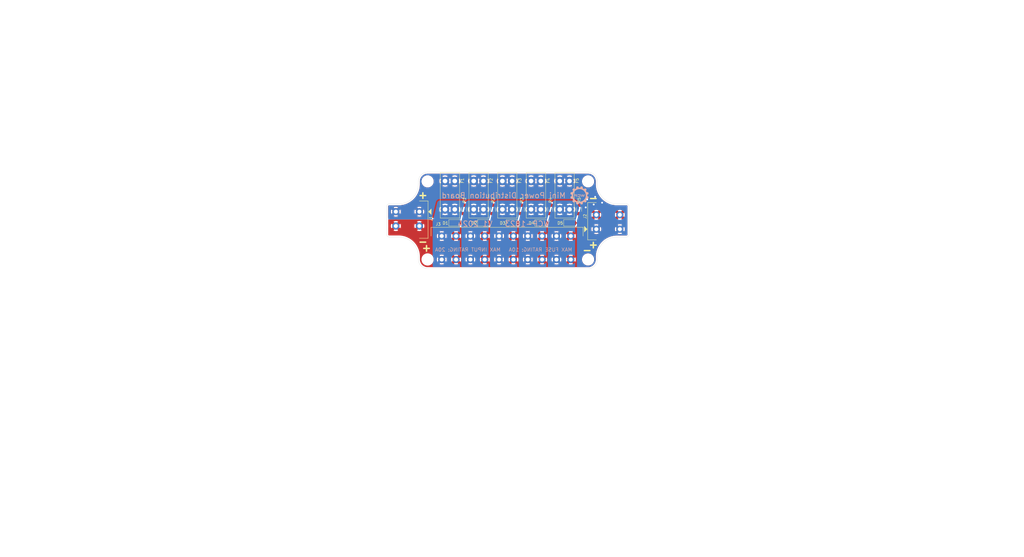
<source format=kicad_pcb>
(kicad_pcb (version 20240108) (generator "pcbnew") (generator_version "8.0")
  (title_block (title "Mini Power Distribution Board (WCP-1823)") (date "2024-12-21") (rev "1.1"))
  (layers (0 "F.Cu" signal) (31 "B.Cu" signal) (34 "B.Paste" user) (35 "F.Paste" user) (36 "B.SilkS" user "B.Silkscreen") (37 "F.SilkS" user "F.Silkscreen") (38 "B.Mask" user) (39 "F.Mask" user) (44 "Edge.Cuts" user))
  (net 0 "")
  (net 1 "Net-(D1-A)")
  (net 2 "Net-(D2-A)")
  (net 3 "Net-(D3-A)")
  (net 4 "Net-(D4-A)")
  (net 5 "Net-(D5-A)")
  (net 6 "/VBAT+")
  (net 7 "/VBAT-")
  (net 8 "/F1_OUT")
  (net 9 "/F2_OUT")
  (net 10 "/F3_OUT")
  (net 11 "/F4_OUT")
  (net 12 "/F5_OUT")
  (footprint "mini-pdb:Keystone-3568" (layer "F.Cu") (at 225.57492 117.275 -90)
    (property "Reference" "F5" (at -5.075 -4.385 90) (layer "F.SilkS"))
    (property "Value" "ATM Fuse Holder")
    (pad "1" thru_hole circle (at -4.95 -1.7 270) (size 3 3) (drill 1.6) (layers "*.Cu" "*.Mask") (net 6 "/VBAT+"))
    (pad "1" thru_hole circle (at -4.95 1.7 270) (size 3 3) (drill 1.6) (layers "*.Cu" "*.Mask") (net 6 "/VBAT+"))
    (pad "2" thru_hole circle (at 4.95 -1.7 270) (size 3 3) (drill 1.6) (layers "*.Cu" "*.Mask") (net 12 "/F5_OUT"))
    (pad "2" thru_hole circle (at 4.95 1.7 270) (size 3 3) (drill 1.6) (layers "*.Cu" "*.Mask") (net 12 "/F5_OUT"))
  )
  (footprint "mini-pdb:Keystone-3568" (layer "F.Cu") (at 205.57496 117.275 -90)
    (property "Reference" "F3" (at -5.075 -4.385 90) (layer "F.SilkS"))
    (property "Value" "ATM Fuse Holder")
    (pad "1" thru_hole circle (at -4.95 -1.7 270) (size 3 3) (drill 1.6) (layers "*.Cu" "*.Mask") (net 6 "/VBAT+"))
    (pad "1" thru_hole circle (at -4.95 1.7 270) (size 3 3) (drill 1.6) (layers "*.Cu" "*.Mask") (net 6 "/VBAT+"))
    (pad "2" thru_hole circle (at 4.95 -1.7 270) (size 3 3) (drill 1.6) (layers "*.Cu" "*.Mask") (net 10 "/F3_OUT"))
    (pad "2" thru_hole circle (at 4.95 1.7 270) (size 3 3) (drill 1.6) (layers "*.Cu" "*.Mask") (net 10 "/F3_OUT"))
  )
  (footprint "mini-pdb:Keystone-3568" (layer "F.Cu") (at 215.57494 117.275 -90)
    (property "Reference" "F4" (at -5.075 -4.385 90) (layer "F.SilkS"))
    (property "Value" "ATM Fuse Holder")
    (pad "1" thru_hole circle (at -4.95 -1.7 270) (size 3 3) (drill 1.6) (layers "*.Cu" "*.Mask") (net 6 "/VBAT+"))
    (pad "1" thru_hole circle (at -4.95 1.7 270) (size 3 3) (drill 1.6) (layers "*.Cu" "*.Mask") (net 6 "/VBAT+"))
    (pad "2" thru_hole circle (at 4.95 -1.7 270) (size 3 3) (drill 1.6) (layers "*.Cu" "*.Mask") (net 11 "/F4_OUT"))
    (pad "2" thru_hole circle (at 4.95 1.7 270) (size 3 3) (drill 1.6) (layers "*.Cu" "*.Mask") (net 11 "/F4_OUT"))
  )
  (footprint "LED_SMD:LED_1206_3216Metric" (layer "F.Cu") (at 197.505 126.95)
    (property "Reference" "D2" (at -3.449 0.05 0) (layer "F.SilkS"))
    (property "Value" "QTLP651C4TR")
    (pad "1" smd roundrect (at -1.4 0) (size 1.25 1.75) (layers "F.Cu" "F.Paste" "F.Mask") (roundrect_rratio 0.2) (net 7 "/VBAT-"))
    (pad "2" smd roundrect (at 1.4 0) (size 1.25 1.75) (layers "F.Cu" "F.Paste" "F.Mask") (roundrect_rratio 0.2) (net 2 "Net-(D2-A)"))
  )
  (footprint "Resistor_SMD:R_1206_3216Metric" (layer "F.Cu") (at 230.57491 122.225 90)
    (property "Reference" "R5" (at 3.226 0.05201 90) (layer "F.SilkS"))
    (property "Value" "1k-1%-1206")
    (pad "1" smd roundrect (at -1.4625 0 90) (size 1.125 1.75) (layers "F.Cu" "F.Paste" "F.Mask") (roundrect_rratio 0.222222) (net 5 "Net-(D5-A)"))
    (pad "2" smd roundrect (at 1.4625 0 90) (size 1.125 1.75) (layers "F.Cu" "F.Paste" "F.Mask") (roundrect_rratio 0.222222) (net 12 "/F5_OUT"))
  )
  (footprint "mini-pdb:Wago-2604-1102" (layer "F.Cu") (at 236.625 129.125001 90)
    (property "Reference" "J2" (at 4.445 -3.937 90) (layer "F.SilkS"))
    (property "Value" "2604-1102" (hide yes))
    (pad "1" thru_hole circle (at 0.000001 0 90) (size 2.5 2.5) (drill 1.397) (layers "*.Cu" "*.Mask") (net 6 "/VBAT+"))
    (pad "1" thru_hole circle (at 0.000001 8.199999 90) (size 2.5 2.5) (drill 1.397) (layers "*.Cu" "*.Mask") (net 6 "/VBAT+"))
    (pad "2" thru_hole circle (at 5.000003 0 90) (size 2.5 2.5) (drill 1.397) (layers "*.Cu" "*.Mask") (net 7 "/VBAT-"))
    (pad "2" thru_hole circle (at 5.000003 8.199999 90) (size 2.5 2.5) (drill 1.397) (layers "*.Cu" "*.Mask") (net 7 "/VBAT-"))
  )
  (footprint "MountingHole:MountingHole_3.2mm_M3" (layer "F.Cu") (at 233.75 139.7)
    (property "Reference" "H4" (hide yes))
    (property "Value" "MountingHole")
    (pad "" np_thru_hole circle (at 0 0) (size 3 3) (drill 3) (layers "F&B.Cu" "*.Mask") (clearance 0.635))
  )
  (footprint "Resistor_SMD:R_1206_3216Metric" (layer "F.Cu") (at 190.57499 122.225 90)
    (property "Reference" "R1" (at 3.226 0.05201 90) (layer "F.SilkS"))
    (property "Value" "1k-1%-1206")
    (pad "1" smd roundrect (at -1.4625 0 90) (size 1.125 1.75) (layers "F.Cu" "F.Paste" "F.Mask") (roundrect_rratio 0.222222) (net 1 "Net-(D1-A)"))
    (pad "2" smd roundrect (at 1.4625 0 90) (size 1.125 1.75) (layers "F.Cu" "F.Paste" "F.Mask") (roundrect_rratio 0.222222) (net 8 "/F1_OUT"))
  )
  (footprint "MountingHole:MountingHole_3.2mm_M3" (layer "F.Cu") (at 177.8 112.45)
    (property "Reference" "H1" (hide yes))
    (property "Value" "MountingHole")
    (pad "" np_thru_hole circle (at 0 0) (size 3 3) (drill 3) (layers "F&B.Cu" "*.Mask") (clearance 0.635))
  )
  (footprint "MountingHole:MountingHole_3.2mm_M3" (layer "F.Cu") (at 233.75 112.45)
    (property "Reference" "H2" (hide yes))
    (property "Value" "MountingHole")
    (pad "" np_thru_hole circle (at 0 0) (size 3 3) (drill 3) (layers "F&B.Cu" "*.Mask") (clearance 0.635))
  )
  (footprint "LED_SMD:LED_1206_3216Metric" (layer "F.Cu") (at 207.505 126.95)
    (property "Reference" "D3" (at -3.543 0.05 0) (layer "F.SilkS"))
    (property "Value" "QTLP651C4TR")
    (pad "1" smd roundrect (at -1.4 0) (size 1.25 1.75) (layers "F.Cu" "F.Paste" "F.Mask") (roundrect_rratio 0.2) (net 7 "/VBAT-"))
    (pad "2" smd roundrect (at 1.4 0) (size 1.25 1.75) (layers "F.Cu" "F.Paste" "F.Mask") (roundrect_rratio 0.2) (net 3 "Net-(D3-A)"))
  )
  (footprint "mini-pdb:Wago-2604-1102" (layer "F.Cu") (at 174.925 123.024999 -90)
    (property "Reference" "J1" (at 2.451001 -4.018 90) (layer "F.SilkS"))
    (property "Value" "2604-1102" (hide yes))
    (pad "1" thru_hole circle (at 0.000001 0 270) (size 2.5 2.5) (drill 1.397) (layers "*.Cu" "*.Mask") (net 6 "/VBAT+"))
    (pad "1" thru_hole circle (at 0.000001 8.199999 270) (size 2.5 2.5) (drill 1.397) (layers "*.Cu" "*.Mask") (net 6 "/VBAT+"))
    (pad "2" thru_hole circle (at 5.000003 0 270) (size 2.5 2.5) (drill 1.397) (layers "*.Cu" "*.Mask") (net 7 "/VBAT-"))
    (pad "2" thru_hole circle (at 5.000003 8.199999 270) (size 2.5 2.5) (drill 1.397) (layers "*.Cu" "*.Mask") (net 7 "/VBAT-"))
  )
  (footprint "mini-pdb:Keystone-3568" (layer "F.Cu") (at 195.57498 117.275 -90)
    (property "Reference" "F2" (at -5.075 -4.385 90) (layer "F.SilkS"))
    (property "Value" "ATM Fuse Holder")
    (pad "1" thru_hole circle (at -4.95 -1.7 270) (size 3 3) (drill 1.6) (layers "*.Cu" "*.Mask") (net 6 "/VBAT+"))
    (pad "1" thru_hole circle (at -4.95 1.7 270) (size 3 3) (drill 1.6) (layers "*.Cu" "*.Mask") (net 6 "/VBAT+"))
    (pad "2" thru_hole circle (at 4.95 -1.7 270) (size 3 3) (drill 1.6) (layers "*.Cu" "*.Mask") (net 9 "/F2_OUT"))
    (pad "2" thru_hole circle (at 4.95 1.7 270) (size 3 3) (drill 1.6) (layers "*.Cu" "*.Mask") (net 9 "/F2_OUT"))
  )
  (footprint "mini-pdb:Keystone-3568" (layer "F.Cu") (at 185.575 117.275 -90)
    (property "Reference" "F1" (at -5.075 -4.385 90) (layer "F.SilkS"))
    (property "Value" "ATM Fuse Holder")
    (pad "1" thru_hole circle (at -4.95 -1.7 270) (size 3 3) (drill 1.6) (layers "*.Cu" "*.Mask") (net 6 "/VBAT+"))
    (pad "1" thru_hole circle (at -4.95 1.7 270) (size 3 3) (drill 1.6) (layers "*.Cu" "*.Mask") (net 6 "/VBAT+"))
    (pad "2" thru_hole circle (at 4.95 -1.7 270) (size 3 3) (drill 1.6) (layers "*.Cu" "*.Mask") (net 8 "/F1_OUT"))
    (pad "2" thru_hole circle (at 4.95 1.7 270) (size 3 3) (drill 1.6) (layers "*.Cu" "*.Mask") (net 8 "/F1_OUT"))
  )
  (footprint "Resistor_SMD:R_1206_3216Metric" (layer "F.Cu") (at 210.57495 122.225 90)
    (property "Reference" "R3" (at 3.226 0.05201 90) (layer "F.SilkS"))
    (property "Value" "1k-1%-1206")
    (pad "1" smd roundrect (at -1.4625 0 90) (size 1.125 1.75) (layers "F.Cu" "F.Paste" "F.Mask") (roundrect_rratio 0.222222) (net 3 "Net-(D3-A)"))
    (pad "2" smd roundrect (at 1.4625 0 90) (size 1.125 1.75) (layers "F.Cu" "F.Paste" "F.Mask") (roundrect_rratio 0.222222) (net 10 "/F3_OUT"))
  )
  (footprint "LED_SMD:LED_1206_3216Metric" (layer "F.Cu") (at 217.505 126.95)
    (property "Reference" "D4" (at -3.477 0.05 0) (layer "F.SilkS"))
    (property "Value" "QTLP651C4TR")
    (pad "1" smd roundrect (at -1.4 0) (size 1.25 1.75) (layers "F.Cu" "F.Paste" "F.Mask") (roundrect_rratio 0.2) (net 7 "/VBAT-"))
    (pad "2" smd roundrect (at 1.4 0) (size 1.25 1.75) (layers "F.Cu" "F.Paste" "F.Mask") (roundrect_rratio 0.2) (net 4 "Net-(D4-A)"))
  )
  (footprint "LED_SMD:LED_1206_3216Metric" (layer "F.Cu") (at 187.505 126.95)
    (property "Reference" "D1" (at -3.482 0.05 0) (layer "F.SilkS"))
    (property "Value" "QTLP651C4TR")
    (pad "1" smd roundrect (at -1.4 0) (size 1.25 1.75) (layers "F.Cu" "F.Paste" "F.Mask") (roundrect_rratio 0.2) (net 7 "/VBAT-"))
    (pad "2" smd roundrect (at 1.4 0) (size 1.25 1.75) (layers "F.Cu" "F.Paste" "F.Mask") (roundrect_rratio 0.2) (net 1 "Net-(D1-A)"))
  )
  (footprint "Resistor_SMD:R_1206_3216Metric" (layer "F.Cu") (at 220.57493 122.225 90)
    (property "Reference" "R4" (at 3.226 0.05201 90) (layer "F.SilkS"))
    (property "Value" "1k-1%-1206")
    (pad "1" smd roundrect (at -1.4625 0 90) (size 1.125 1.75) (layers "F.Cu" "F.Paste" "F.Mask") (roundrect_rratio 0.222222) (net 4 "Net-(D4-A)"))
    (pad "2" smd roundrect (at 1.4625 0 90) (size 1.125 1.75) (layers "F.Cu" "F.Paste" "F.Mask") (roundrect_rratio 0.222222) (net 11 "/F4_OUT"))
  )
  (footprint "MountingHole:MountingHole_3.2mm_M3" (layer "F.Cu") (at 177.8 139.7)
    (property "Reference" "H3" (hide yes))
    (property "Value" "MountingHole")
    (pad "" np_thru_hole circle (at 0 0) (size 3 3) (drill 3) (layers "F&B.Cu" "*.Mask") (clearance 0.635))
  )
  (footprint "LED_SMD:LED_1206_3216Metric" (layer "F.Cu") (at 227.505 126.95)
    (property "Reference" "D5" (at -3.477 0.05 0) (layer "F.SilkS"))
    (property "Value" "QTLP651C4TR")
    (pad "1" smd roundrect (at -1.4 0) (size 1.25 1.75) (layers "F.Cu" "F.Paste" "F.Mask") (roundrect_rratio 0.2) (net 7 "/VBAT-"))
    (pad "2" smd roundrect (at 1.4 0) (size 1.25 1.75) (layers "F.Cu" "F.Paste" "F.Mask") (roundrect_rratio 0.2) (net 5 "Net-(D5-A)"))
  )
  (footprint "mini-pdb:Wago-2604-1110" (layer "F.Cu") (at 182.724999 131.525)
    (property "Reference" "J3" (at -1.241999 -4.144 0) (layer "F.SilkS"))
    (property "Value" "2604-1110" (hide yes))
    (pad "1" thru_hole circle (at 0.000001 0) (size 2.5 2.5) (drill 1.397) (layers "*.Cu" "*.Mask") (net 8 "/F1_OUT"))
    (pad "1" thru_hole circle (at 0.000001 8.199999) (size 2.5 2.5) (drill 1.397) (layers "*.Cu" "*.Mask") (net 8 "/F1_OUT"))
    (pad "2" thru_hole circle (at 5.000003 0) (size 2.5 2.5) (drill 1.397) (layers "*.Cu" "*.Mask") (net 7 "/VBAT-"))
    (pad "2" thru_hole circle (at 5.000003 8.199999) (size 2.5 2.5) (drill 1.397) (layers "*.Cu" "*.Mask") (net 7 "/VBAT-"))
    (pad "3" thru_hole circle (at 10.000004 0) (size 2.5 2.5) (drill 1.397) (layers "*.Cu" "*.Mask") (net 9 "/F2_OUT"))
    (pad "3" thru_hole circle (at 10.000004 8.199999) (size 2.5 2.5) (drill 1.397) (layers "*.Cu" "*.Mask") (net 9 "/F2_OUT"))
    (pad "4" thru_hole circle (at 15.000004 0) (size 2.5 2.5) (drill 1.397) (layers "*.Cu" "*.Mask") (net 7 "/VBAT-"))
    (pad "4" thru_hole circle (at 15.000004 8.199999) (size 2.5 2.5) (drill 1.397) (layers "*.Cu" "*.Mask") (net 7 "/VBAT-"))
    (pad "5" thru_hole circle (at 20.000004 0) (size 2.5 2.5) (drill 1.397) (layers "*.Cu" "*.Mask") (net 10 "/F3_OUT"))
    (pad "5" thru_hole circle (at 20.000004 8.199999) (size 2.5 2.5) (drill 1.397) (layers "*.Cu" "*.Mask") (net 10 "/F3_OUT"))
    (pad "6" thru_hole circle (at 25.000004 0) (size 2.5 2.5) (drill 1.397) (layers "*.Cu" "*.Mask") (net 7 "/VBAT-"))
    (pad "6" thru_hole circle (at 25.000004 8.199999) (size 2.5 2.5) (drill 1.397) (layers "*.Cu" "*.Mask") (net 7 "/VBAT-"))
    (pad "7" thru_hole circle (at 30.000004 0) (size 2.5 2.5) (drill 1.397) (layers "*.Cu" "*.Mask") (net 11 "/F4_OUT"))
    (pad "7" thru_hole circle (at 30.000004 8.199999) (size 2.5 2.5) (drill 1.397) (layers "*.Cu" "*.Mask") (net 11 "/F4_OUT"))
    (pad "8" thru_hole circle (at 35.000004 0) (size 2.5 2.5) (drill 1.397) (layers "*.Cu" "*.Mask") (net 7 "/VBAT-"))
    (pad "8" thru_hole circle (at 35.000004 8.199999) (size 2.5 2.5) (drill 1.397) (layers "*.Cu" "*.Mask") (net 7 "/VBAT-"))
    (pad "9" thru_hole circle (at 40.000004 0) (size 2.5 2.5) (drill 1.397) (layers "*.Cu" "*.Mask") (net 12 "/F5_OUT"))
    (pad "9" thru_hole circle (at 40.000004 8.199999) (size 2.5 2.5) (drill 1.397) (layers "*.Cu" "*.Mask") (net 12 "/F5_OUT"))
    (pad "10" thru_hole circle (at 45.000005 0) (size 2.5 2.5) (drill 1.397) (layers "*.Cu" "*.Mask") (net 7 "/VBAT-"))
    (pad "10" thru_hole circle (at 45.000005 8.199999) (size 2.5 2.5) (drill 1.397) (layers "*.Cu" "*.Mask") (net 7 "/VBAT-"))
  )
  (footprint "Resistor_SMD:R_1206_3216Metric" (layer "F.Cu") (at 200.57497 122.225 90)
    (property "Reference" "R2" (at 3.226 0.05201 90) (layer "F.SilkS"))
    (property "Value" "1k-1%-1206")
    (pad "1" smd roundrect (at -1.4625 0 90) (size 1.125 1.75) (layers "F.Cu" "F.Paste" "F.Mask") (roundrect_rratio 0.222222) (net 2 "Net-(D2-A)"))
    (pad "2" smd roundrect (at 1.4625 0 90) (size 1.125 1.75) (layers "F.Cu" "F.Paste" "F.Mask") (roundrect_rratio 0.222222) (net 9 "/F2_OUT"))
  )
  (footprint "Logos:WCP-Logo_250" (layer "B.Cu") (at 230.759 117.348 180)
    (property "Reference" "G***" (hide yes))
    (property "Value" "LOGO" (hide yes))
  )
  (gr_arc (start 247.1812 120.325) (mid 247.742501 120.557499) (end 247.975 121.1188) (stroke (width 0.0762)) (layer "Edge.Cuts"))
  (gr_line (start 174.625 112.45) (end 174.625 113.375) (stroke (width 0.0762)) (layer "Edge.Cuts"))
  (gr_line (start 163.575 121.11875) (end 163.575 131.03125) (stroke (width 0.0762)) (layer "Edge.Cuts"))
  (gr_line (start 233.75 109.275) (end 177.8 109.275) (stroke (width 0.0762)) (layer "Edge.Cuts"))
  (gr_line (start 174.625 138.775) (end 174.625 139.7) (stroke (width 0.0762)) (layer "Edge.Cuts"))
  (gr_line (start 164.36875 131.825) (end 167.675 131.825) (stroke (width 0.0762)) (layer "Edge.Cuts"))
  (gr_arc (start 167.675 131.825) (mid 172.589392 133.860608) (end 174.625 138.775) (stroke (width 0.0762)) (layer "Edge.Cuts"))
  (gr_arc (start 236.925 138.775) (mid 238.960608 133.860608) (end 243.875 131.825) (stroke (width 0.0762)) (layer "Edge.Cuts"))
  (gr_arc (start 236.925 139.7) (mid 235.995064 141.945064) (end 233.75 142.875) (stroke (width 0.0762)) (layer "Edge.Cuts"))
  (gr_arc (start 243.875 120.325) (mid 238.960608 118.289392) (end 236.925 113.375) (stroke (width 0.0762)) (layer "Edge.Cuts"))
  (gr_line (start 236.925 113.375) (end 236.925 112.45) (stroke (width 0.0762)) (layer "Edge.Cuts"))
  (gr_arc (start 174.625 112.45) (mid 175.554936 110.204936) (end 177.8 109.275) (stroke (width 0.0762)) (layer "Edge.Cuts"))
  (gr_line (start 243.875 131.825) (end 247.1812 131.825) (stroke (width 0.0762)) (layer "Edge.Cuts"))
  (gr_arc (start 177.8 142.875) (mid 175.554936 141.945064) (end 174.625 139.7) (stroke (width 0.0762)) (layer "Edge.Cuts"))
  (gr_line (start 167.675 120.325) (end 164.36875 120.325) (stroke (width 0.0762)) (layer "Edge.Cuts"))
  (gr_arc (start 233.75 109.275) (mid 235.995064 110.204936) (end 236.925 112.45) (stroke (width 0.0762)) (layer "Edge.Cuts"))
  (gr_line (start 247.975 131.0312) (end 247.975 121.1188) (stroke (width 0.0762)) (layer "Edge.Cuts"))
  (gr_arc (start 163.575 121.11875) (mid 163.807484 120.557484) (end 164.36875 120.325) (stroke (width 0.0762)) (layer "Edge.Cuts"))
  (gr_line (start 236.925 139.7) (end 236.925 138.775) (stroke (width 0.0762)) (layer "Edge.Cuts"))
  (gr_arc (start 164.36875 131.825) (mid 163.807484 131.592516) (end 163.575 131.03125) (stroke (width 0.0762)) (layer "Edge.Cuts"))
  (gr_arc (start 247.975 131.0312) (mid 247.742501 131.592501) (end 247.1812 131.825) (stroke (width 0.0762)) (layer "Edge.Cuts"))
  (gr_arc (start 174.625 113.375) (mid 172.589392 118.289392) (end 167.675 120.325) (stroke (width 0.0762)) (layer "Edge.Cuts"))
  (gr_line (start 177.8 142.875) (end 233.75 142.875) (stroke (width 0.0762)) (layer "Edge.Cuts"))
  (gr_line (start 247.1812 120.325) (end 243.875 120.325) (stroke (width 0.0762)) (layer "Edge.Cuts"))
  (gr_text "WCP-1823   V1 2024" (at 204.303313 128.397 0) (layer "B.SilkS") (effects (font (size 1.905 1.905) (thickness 0.238125)) (justify bottom mirror)))
  (gr_text "MAX FUSE RATING: 10A   MAX INPUT RATING: 20A" (at 204.303313 137.033 0) (layer "B.SilkS") (effects (font (size 1.27 1.27) (thickness 0.15875)) (justify bottom mirror)))
  (gr_text "Mini Power Distribution Board" (at 226.06 118.491 0) (layer "B.SilkS") (effects (font (size 1.905 1.905) (thickness 0.238125)) (justify left bottom mirror)))
  (gr_text "+" (at 235.585 134.874 180) (layer "F.SilkS") (effects (font (size 2.54 2.54) (thickness 0.508) (bold yes))))
  (gr_text "+" (at 176.149 117.221 0) (layer "F.SilkS") (effects (font (size 2.54 2.54) (thickness 0.508) (bold yes))))
  (gr_text "+" (at 177.419 136.017 180) (layer "F.SilkS") (effects (font (size 2.54 2.54) (thickness 0.508) (bold yes))))
  (gr_text "-" (at 176.149 133.477 0) (layer "F.SilkS") (effects (font (size 2.54 2.54) (thickness 0.508) (bold yes))))
  (gr_text "-" (at 235.585 118.618 180) (layer "F.SilkS") (effects (font (size 2.54 2.54) (thickness 0.508) (bold yes))))
  (gr_text "-" (at 233.426 136.779 180) (layer "F.SilkS") (effects (font (size 2.54 2.54) (thickness 0.508) (bold yes))))
  (segment (start 190.169 126.95) (end 190.57499 126.54401) (width 0.508) (layer "F.Cu") (net 1))
  (segment (start 190.57499 126.54401) (end 190.57499 123.6875) (width 0.508) (layer "F.Cu") (net 1))
  (segment (start 188.905 126.95) (end 190.169 126.95) (width 0.508) (layer "F.Cu") (net 1))
  (segment (start 198.905 126.95) (end 200.075 126.95) (width 0.508) (layer "F.Cu") (net 2))
  (segment (start 200.075 126.95) (end 200.57497 126.45003) (width 0.508) (layer "F.Cu") (net 2))
  (segment (start 200.57497 126.45003) (end 200.57497 123.6875) (width 0.508) (layer "F.Cu") (net 2))
  (segment (start 209.981 126.95) (end 210.57495 126.35605) (width 0.508) (layer "F.Cu") (net 3))
  (segment (start 210.57495 126.35605) (end 210.57495 123.6875) (width 0.508) (layer "F.Cu") (net 3))
  (segment (start 208.905 126.95) (end 209.981 126.95) (width 0.508) (layer "F.Cu") (net 3))
  (segment (start 219.887 126.95) (end 220.57493 126.26207) (width 0.508) (layer "F.Cu") (net 4))
  (segment (start 220.57493 126.26207) (end 220.57493 123.6875) (width 0.508) (layer "F.Cu") (net 4))
  (segment (start 218.905 126.95) (end 219.887 126.95) (width 0.508) (layer "F.Cu") (net 4))
  (segment (start 230.57491 126.42209) (end 230.57491 123.6875) (width 0.508) (layer "F.Cu") (net 5))
  (segment (start 230.047 126.95) (end 230.57491 126.42209) (width 0.508) (layer "F.Cu") (net 5))
  (segment (start 228.905 126.95) (end 230.047 126.95) (width 0.508) (layer "F.Cu") (net 5))
  (via (at 235.712 120.523) (size 1.27) (drill 0.635) (layers "F.Cu" "B.Cu") (net 6))
  (via (at 236.22 117.856) (size 1.27) (drill 0.635) (layers "F.Cu" "B.Cu") (net 6))
  (via (at 232.918 121.539) (size 1.27) (drill 0.635) (layers "F.Cu" "B.Cu") (net 6))
  (via (at 238.633 119.888) (size 1.27) (drill 0.635) (layers "F.Cu" "B.Cu") (net 6))
  (via (at 233.426 118.745) (size 1.27) (drill 0.635) (layers "F.Cu" "B.Cu") (net 6))
  (segment (start 224.409 127.254) (end 224.409 128.651) (width 0.508) (layer "F.Cu") (net 7))
  (segment (start 204.343 127.381) (end 204.343 128.905) (width 0.508) (layer "F.Cu") (net 7))
  (segment (start 204.343 128.905) (end 204.47 129.032) (width 0.508) (layer "F.Cu") (net 7))
  (segment (start 205.232003 129.032) (end 207.725003 131.525) (width 0.508) (layer "F.Cu") (net 7))
  (segment (start 185.232002 129.032) (end 187.725002 131.525) (width 0.508) (layer "F.Cu") (net 7))
  (segment (start 215.232003 129.032) (end 217.725003 131.525) (width 0.508) (layer "F.Cu") (net 7))
  (segment (start 204.774 126.95) (end 204.343 127.381) (width 0.508) (layer "F.Cu") (net 7))
  (segment (start 194.564 129.286) (end 194.818 129.54) (width 0.508) (layer "F.Cu") (net 7))
  (segment (start 226.105 126.95) (end 224.713 126.95) (width 0.508) (layer "F.Cu") (net 7))
  (segment (start 195.740003 129.54) (end 197.725003 131.525) (width 0.508) (layer "F.Cu") (net 7))
  (segment (start 214.122 129.032) (end 215.232003 129.032) (width 0.508) (layer "F.Cu") (net 7))
  (segment (start 183.896 129.032) (end 185.232002 129.032) (width 0.508) (layer "F.Cu") (net 7))
  (segment (start 224.713 126.95) (end 224.409 127.254) (width 0.508) (layer "F.Cu") (net 7))
  (segment (start 224.409 128.651) (end 224.663 128.905) (width 0.508) (layer "F.Cu") (net 7))
  (segment (start 186.105 126.95) (end 184.708 126.95) (width 0.508) (layer "F.Cu") (net 7))
  (segment (start 216.105 126.95) (end 214.68 126.95) (width 0.508) (layer "F.Cu") (net 7))
  (segment (start 214.68 126.95) (end 214.122 127.508) (width 0.508) (layer "F.Cu") (net 7))
  (segment (start 206.105 126.95) (end 204.774 126.95) (width 0.508) (layer "F.Cu") (net 7))
  (segment (start 196.105 126.95) (end 194.868 126.95) (width 0.508) (layer "F.Cu") (net 7))
  (segment (start 184.708 126.95) (end 183.261 128.397) (width 0.508) (layer "F.Cu") (net 7))
  (segment (start 214.122 127.508) (end 214.122 129.032) (width 0.508) (layer "F.Cu") (net 7))
  (segment (start 194.564 127.254) (end 194.564 129.286) (width 0.508) (layer "F.Cu") (net 7))
  (segment (start 204.47 129.032) (end 205.232003 129.032) (width 0.508) (layer "F.Cu") (net 7))
  (segment (start 183.261 128.397) (end 183.896 129.032) (width 0.508) (layer "F.Cu") (net 7))
  (segment (start 194.868 126.95) (end 194.564 127.254) (width 0.508) (layer "F.Cu") (net 7))
  (segment (start 224.663 128.905) (end 225.105004 128.905) (width 0.508) (layer "F.Cu") (net 7))
  (segment (start 194.818 129.54) (end 195.740003 129.54) (width 0.508) (layer "F.Cu") (net 7))
  (segment (start 225.105004 128.905) (end 227.725004 131.525) (width 0.508) (layer "F.Cu") (net 7))
  (segment (start 190.57499 120.7625) (end 188.7375 120.7625) (width 0.508) (layer "F.Cu") (net 8))
  (segment (start 188.7375 120.7625) (end 187.275 122.225) (width 0.508) (layer "F.Cu") (net 8))
  (segment (start 198.73748 120.7625) (end 197.27498 122.225) (width 0.508) (layer "F.Cu") (net 9))
  (segment (start 200.57497 120.7625) (end 198.73748 120.7625) (width 0.508) (layer "F.Cu") (net 9))
  (segment (start 210.57495 120.7625) (end 208.73746 120.7625) (width 0.508) (layer "F.Cu") (net 10))
  (segment (start 208.73746 120.7625) (end 207.27496 122.225) (width 0.508) (layer "F.Cu") (net 10))
  (segment (start 220.57493 120.7625) (end 218.73744 120.7625) (width 0.508) (layer "F.Cu") (net 11))
  (segment (start 218.73744 120.7625) (end 217.27494 122.225) (width 0.508) (layer "F.Cu") (net 11))
  (segment (start 230.57491 120.7625) (end 228.73742 120.7625) (width 0.508) (layer "F.Cu") (net 12))
  (segment (start 228.73742 120.7625) (end 227.27492 122.225) (width 0.508) (layer "F.Cu") (net 12))
  (zone (net 6) (net_name "/VBAT+") (layer "F.Cu") (priority 3) (connect_pads (clearance 0.5)) (min_thickness 0.25) (fill yes (thermal_gap 0.5) (thermal_bridge_width 1.016))
    (polygon (pts (xy 163.576 109.22) (xy 163.576 125.73) (xy 180.467 125.73) (xy 183.007 119.634) (xy 231.267 119.634) (xy 231.902 122.428) (xy 247.396 122.428) (xy 247.396 109.22)))
  )
  (zone (net 7) (net_name "/VBAT-") (layer "F.Cu") (priority 4) (connect_pads (clearance 0.5)) (min_thickness 0.25) (fill yes (thermal_gap 0.5) (thermal_bridge_width 1.016))
    (polygon (pts (xy 163.83 143.002) (xy 163.83 125.73) (xy 180.721 125.73) (xy 184.912 128.397) (xy 228.6 128.397) (xy 234.823 121.92) (xy 242.57 120.65) (xy 247.65 120.65) (xy 247.65 143.002)))
  )
  (zone (net 8) (net_name "/F1_OUT") (layer "B.Cu") (priority 4) (connect_pads (clearance 0.5)) (min_thickness 0.25) (fill yes (thermal_gap 0.5) (thermal_bridge_width 1.016) (smoothing fillet) (radius 0.889))
    (polygon (pts (xy 189.222 126.5428) (xy 191.254 119.126) (xy 181.348 119.126) (xy 179.57 126.492) (xy 179.57 142.748) (xy 189.222 142.875)))
  )
  (zone (net 9) (net_name "/F2_OUT") (layer "B.Cu") (priority 4) (connect_pads (clearance 0.5)) (min_thickness 0.25) (fill yes (thermal_gap 0.5) (thermal_bridge_width 1.016) (smoothing fillet) (radius 0.889))
    (polygon (pts (xy 199.222 126.5428) (xy 201.254 119.126) (xy 191.348 119.126) (xy 189.57 126.492) (xy 189.57 142.748) (xy 199.222 142.875)))
  )
  (zone (net 6) (net_name "/VBAT+") (layer "B.Cu") (priority 2) (connect_pads (clearance 0.5)) (min_thickness 0.25) (fill yes (thermal_gap 0.5) (thermal_bridge_width 1.016))
    (polygon (pts (xy 163.576 125.73) (xy 229.87 125.603) (xy 229.87 142.621) (xy 248.158 142.748) (xy 248.158 109.22) (xy 163.576 109.22)))
  )
  (zone (net 10) (net_name "/F3_OUT") (layer "B.Cu") (priority 4) (connect_pads (clearance 0.5)) (min_thickness 0.25) (fill yes (thermal_gap 0.5) (thermal_bridge_width 1.016) (smoothing fillet) (radius 0.889))
    (polygon (pts (xy 209.222 126.5428) (xy 211.254 119.126) (xy 201.348 119.126) (xy 199.57 126.492) (xy 199.57 142.748) (xy 209.222 142.875)))
  )
  (zone (net 12) (net_name "/F5_OUT") (layer "B.Cu") (priority 4) (connect_pads (clearance 0.5)) (min_thickness 0.25) (fill yes (thermal_gap 0.5) (thermal_bridge_width 1.016) (smoothing fillet) (radius 0.889))
    (polygon (pts (xy 229.222 126.5428) (xy 230.7082 121.539) (xy 229.4636 119.126) (xy 221.348 119.126) (xy 219.57 126.492) (xy 219.57 142.748) (xy 229.222 142.875)))
  )
  (zone (net 11) (net_name "/F4_OUT") (layer "B.Cu") (priority 4) (connect_pads (clearance 0.5)) (min_thickness 0.25) (fill yes (thermal_gap 0.5) (thermal_bridge_width 1.016) (smoothing fillet) (radius 0.889))
    (polygon (pts (xy 219.222 126.5428) (xy 221.254 119.126) (xy 211.348 119.126) (xy 209.57 126.492) (xy 209.57 142.748) (xy 219.222 142.875)))
  )
)
</source>
